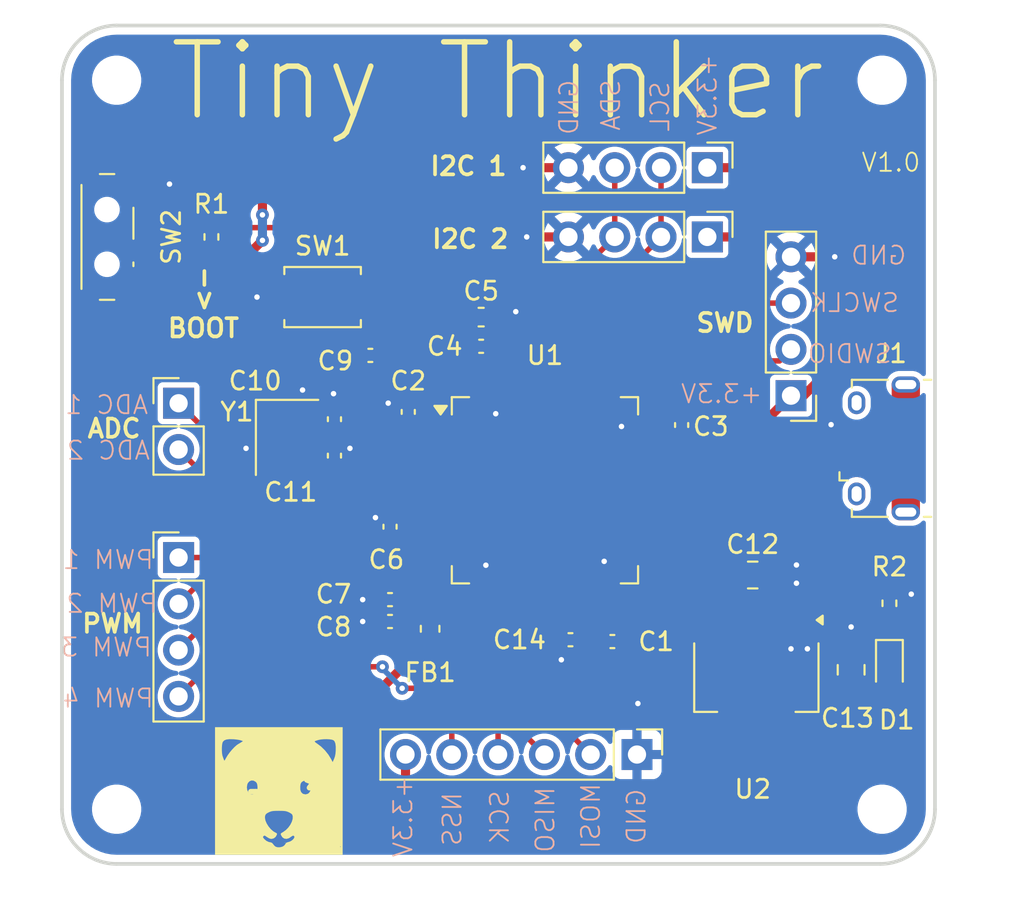
<source format=kicad_pcb>
(kicad_pcb (version 20241229) (generator "pcbnew") (generator_version "9.0")
  (layers (0 "F.Cu" signal) (2 "B.Cu" power) (13 "F.Paste" user) (15 "B.Paste" user) (5 "F.SilkS" user "F.Silkscreen") (7 "B.SilkS" user "B.Silkscreen") (1 "F.Mask" user) (3 "B.Mask" user) (25 "Edge.Cuts" user))
  (net 0 "")
  (net 1 "GND")
  (net 2 "+3.3V")
  (net 3 "+3.3VA")
  (net 4 "/NRST")
  (net 5 "/HSE_IN")
  (net 6 "/HSE_OUT")
  (net 7 "VBUS")
  (net 8 "/PWR_LED_K")
  (net 12 "/USB_D+")
  (net 15 "/USB_D-")
  (net 16 "/SWCLK")
  (net 17 "/SWDIO")
  (net 18 "/I2C1_SCL")
  (net 19 "/I2C1_SDA")
  (net 20 "/SPI1_MISO")
  (net 21 "/SPI1_MOSI")
  (net 22 "/SPI1_SCK")
  (net 23 "/SPI1_NSS")
  (net 24 "/PWM_2")
  (net 25 "/PWM_1")
  (net 26 "/PWM_3")
  (net 27 "/PWM_4")
  (net 28 "/SW_BOOT0")
  (net 29 "/BOOT0")
  (net 66 "/ADC_1")
  (net 67 "/ADC_2")
  (net 68 "/VCAP_1")
  (footprint "Capacitor_SMD:C_0402_1005Metric" (layer "F.Cu") (at 116 78.92 -90)
    (property "Reference" "C3")
    (property "Value" "100n")
  )
  (footprint "Capacitor_SMD:C_0402_1005Metric" (layer "F.Cu") (at 105 74.6)
    (property "Reference" "C4")
    (property "Value" "100n")
  )
  (footprint "Inductor_SMD:L_0603_1608Metric" (layer "F.Cu") (at 102.2 90.1 -90)
    (property "Reference" "FB1")
    (property "Value" "FerriteBead")
  )
  (footprint "Connector_PinHeader_2.54mm:PinHeader_1x06_P2.54mm_Vertical" (layer "F.Cu") (at 113.55 97 -90)
    (property "Reference" "J5")
    (property "Value" "SPI1")
  )
  (footprint "Capacitor_SMD:C_0402_1005Metric" (layer "F.Cu") (at 100 84.5 90)
    (property "Reference" "C6")
    (property "Value" "10n")
  )
  (footprint "Connector_PinHeader_2.54mm:PinHeader_1x02_P2.54mm_Vertical" (layer "F.Cu") (at 88.4 77.725)
    (property "Reference" "J7")
    (property "Value" "ADC1")
  )
  (footprint "Connector_USB:USB_Micro-B_Amphenol_10118194_Horizontal" (layer "F.Cu") (at 127 80.2 90)
    (property "Reference" "J1")
    (property "Value" "USB_B_Micro")
  )
  (footprint "Package_TO_SOT_SMD:SOT-223-3_TabPin2" (layer "F.Cu") (at 120.1 92.75 -90)
    (property "Reference" "U2")
    (property "Value" "AMS1117-3.3")
  )
  (footprint "Capacitor_SMD:C_0603_1608Metric" (layer "F.Cu") (at 105 73)
    (property "Reference" "C5")
    (property "Value" "10u")
  )
  (footprint "Capacitor_SMD:C_0402_1005Metric" (layer "F.Cu") (at 112.2 90.8 180)
    (property "Reference" "C1")
    (property "Value" "100n")
  )
  (footprint "Crystal:Crystal_SMD_3225-4Pin_3.2x2.5mm" (layer "F.Cu") (at 94.35 79.6 -90)
    (property "Reference" "Y1")
    (property "Value" "16MHz")
  )
  (footprint "Capacitor_SMD:C_0402_1005Metric" (layer "F.Cu") (at 100 89.7 180)
    (property "Reference" "C8")
    (property "Value" "1u")
  )
  (footprint "Capacitor_SMD:C_0805_2012Metric" (layer "F.Cu") (at 125.3 92.35 90)
    (property "Reference" "C13")
    (property "Value" "22u")
  )
  (footprint "LED_SMD:LED_0603_1608Metric" (layer "F.Cu") (at 127.4 92.2 -90)
    (property "Reference" "D1")
    (property "Value" "RED")
  )
  (footprint "MountingHole:MountingHole_2.2mm_M2" (layer "F.Cu") (at 85 60)
    (property "Reference" "H3")
    (property "Value" "MountingHole")
  )
  (footprint "MountingHole:MountingHole_2.2mm_M2" (layer "F.Cu") (at 85 100)
    (property "Reference" "H4")
    (property "Value" "MountingHole")
  )
  (footprint "Connector_PinHeader_2.54mm:PinHeader_1x04_P2.54mm_Vertical" (layer "F.Cu") (at 117.41 64.8 -90)
    (property "Reference" "J3")
    (property "Value" "I2C1_A")
  )
  (footprint "MountingHole:MountingHole_2.2mm_M2" (layer "F.Cu") (at 127 100)
    (property "Reference" "H2")
    (property "Value" "MountingHole")
  )
  (footprint "Capacitor_SMD:C_0402_1005Metric" (layer "F.Cu") (at 109.9 90.7 180)
    (property "Reference" "C14")
    (property "Value" "4.7u")
  )
  (footprint "Capacitor_SMD:C_0402_1005Metric" (layer "F.Cu") (at 100 88.5 180)
    (property "Reference" "C7")
    (property "Value" "1u")
  )
  (footprint "MountingHole:MountingHole_2.2mm_M2" (layer "F.Cu") (at 127 60)
    (property "Reference" "H1")
    (property "Value" "MountingHole")
  )
  (footprint "Capacitor_SMD:C_0805_2012Metric" (layer "F.Cu") (at 119.9 87.15)
    (property "Reference" "C12")
    (property "Value" "22u")
  )
  (footprint "Resistor_SMD:R_0402_1005Metric" (layer "F.Cu") (at 127.4 88.7 90)
    (property "Reference" "R2")
    (property "Value" "1k5")
  )
  (footprint "Package_QFP:LQFP-64_10x10mm_P0.5mm" (layer "F.Cu") (at 108.5 82.5)
    (property "Reference" "U1")
    (property "Value" "STM32F446RET6")
  )
  (footprint "Capacitor_SMD:C_0402_1005Metric" (layer "F.Cu") (at 101 78.2 90)
    (property "Reference" "C2")
    (property "Value" "100n")
  )
  (footprint "Connector_PinHeader_2.54mm:PinHeader_1x04_P2.54mm_Vertical" (layer "F.Cu") (at 122 77.31 180)
    (property "Reference" "J2")
    (property "Value" "SWD")
  )
  (footprint "Button_Switch_SMD:SW_SPDT_PCM12" (layer "F.Cu") (at 84.8 68.6 -90)
    (property "Reference" "SW2")
    (property "Value" "SW_SPDT")
  )
  (footprint "Capacitor_SMD:C_0402_1005Metric" (layer "F.Cu") (at 96.95 80.6 90)
    (property "Reference" "C11")
    (property "Value" "10p")
  )
  (footprint "Connector_PinHeader_2.54mm:PinHeader_1x04_P2.54mm_Vertical" (layer "F.Cu") (at 117.41 68.6 -90)
    (property "Reference" "J4")
    (property "Value" "I2C1_B")
  )
  (footprint "LOGO" (layer "F.Cu") (at 93.9 99)
    (property "Reference" "G***")
    (property "Value" "LOGO" (hide yes))
  )
  (footprint "Connector_PinHeader_2.54mm:PinHeader_1x04_P2.54mm_Vertical" (layer "F.Cu") (at 88.4 86.19)
    (property "Reference" "J6")
    (property "Value" "PWM_OUT")
  )
  (footprint "Button_Switch_SMD:SW_SPST_TS-1088-xR020" (layer "F.Cu") (at 96.3 71.9 180)
    (property "Reference" "SW1")
    (property "Value" "SW_Push")
  )
  (footprint "Resistor_SMD:R_0402_1005Metric" (layer "F.Cu") (at 90.2 68.6 90)
    (property "Reference" "R1")
    (property "Value" "10k")
  )
  (footprint "Capacitor_SMD:C_0402_1005Metric" (layer "F.Cu") (at 96.95 78.6 90)
    (property "Reference" "C10")
    (property "Value" "10p")
  )
  (footprint "Capacitor_SMD:C_0402_1005Metric" (layer "F.Cu") (at 98.92 75.1 180)
    (property "Reference" "C9")
    (property "Value" "100n")
  )
  (gr_arc (start 126.9 57) (mid 129.02132 57.87868) (end 129.9 60) (stroke (width 0.2)) (layer "Edge.Cuts"))
  (gr_line (start 126.9 103) (end 85 103) (stroke (width 0.2)) (layer "Edge.Cuts"))
  (gr_arc (start 129.9 100) (mid 129.02132 102.12132) (end 126.9 103) (stroke (width 0.2)) (layer "Edge.Cuts"))
  (gr_arc (start 82 60) (mid 82.87868 57.87868) (end 85 57) (stroke (width 0.2)) (layer "Edge.Cuts"))
  (gr_line (start 129.9 60) (end 129.9 100) (stroke (width 0.2)) (layer "Edge.Cuts"))
  (gr_arc (start 85 103) (mid 82.87868 102.12132) (end 82 100) (stroke (width 0.2)) (layer "Edge.Cuts"))
  (gr_line (start 85 57) (end 126.9 57) (stroke (width 0.2)) (layer "Edge.Cuts"))
  (gr_line (start 82 100) (end 82 60) (stroke (width 0.2)) (layer "Edge.Cuts"))
  (gr_text "SWD" (at 116.7 73.9 0) (layer "F.SilkS") (effects (font (size 1 1) (thickness 0.2) (bold yes)) (justify left bottom)))
  (gr_text "ADC" (at 83.3 79.7 0) (layer "F.SilkS") (effects (font (size 1 1) (thickness 0.2)) (justify left bottom)))
  (gr_text "BOOT\n\n" (at 87.7 75.8 0) (layer "F.SilkS") (effects (font (size 1 1) (thickness 0.2) (bold yes)) (justify left bottom)))
  (gr_text "I2C 2" (at 102.2 69.3 0) (layer "F.SilkS") (effects (font (size 1 1) (thickness 0.2) (bold yes)) (justify left bottom)))
  (gr_text "->" (at 89.3 70.1 270) (layer "F.SilkS") (effects (font (size 1 1) (thickness 0.2) (bold yes)) (justify left bottom)))
  (gr_text "PWM" (at 83 90.4 0) (layer "F.SilkS") (effects (font (size 1 1) (thickness 0.2) (bold yes)) (justify left bottom)))
  (gr_text "V1.0" (at 125.8 65.1 0) (layer "F.SilkS") (effects (font (size 1 1) (thickness 0.1)) (justify left bottom)))
  (gr_text "I2C 1" (at 102.1 65.3 0) (layer "F.SilkS") (effects (font (size 1 1) (thickness 0.2) (bold yes)) (justify left bottom)))
  (gr_text "Tiny Thinker" (at 87.7 62.4 0) (layer "F.SilkS") (effects (font (size 4 4) (thickness 0.3)) (justify left bottom)))
  (gr_text "+3.3V" (at 118 58.5 90) (layer "B.SilkS") (effects (font (size 1 1) (thickness 0.1)) (justify left bottom mirror)))
  (gr_text "ADC 2" (at 86.9 80.9 0) (layer "B.SilkS") (effects (font (size 1 1) (thickness 0.1)) (justify left bottom mirror)))
  (gr_text "NSS" (at 104 99 90) (layer "B.SilkS") (effects (font (size 1 1) (thickness 0.1)) (justify left bottom mirror)))
  (gr_text "SWDIO" (at 127.6 75.6 0) (layer "B.SilkS") (effects (font (size 1 1) (thickness 0.1)) (justify left bottom mirror)))
  (gr_text "+3.3V" (at 101.3 98.1 90) (layer "B.SilkS") (effects (font (size 1 1) (thickness 0.1)) (justify left bottom mirror)))
  (gr_text "MISO" (at 109.1 98.7 90) (layer "B.SilkS") (effects (font (size 1 1) (thickness 0.1)) (justify left bottom mirror)))
  (gr_text "PWM 1" (at 87.1 86.9 0) (layer "B.SilkS") (effects (font (size 1 1) (thickness 0.1)) (justify left bottom mirror)))
  (gr_text "GND" (at 110.4 59.9 90) (layer "B.SilkS") (effects (font (size 1 1) (thickness 0.1)) (justify left bottom mirror)))
  (gr_text "SCK" (at 106.6 98.9 90) (layer "B.SilkS") (effects (font (size 1 1) (thickness 0.1)) (justify left bottom mirror)))
  (gr_text "+3.3V" (at 120.5 77.8 0) (layer "B.SilkS") (effects (font (size 1 1) (thickness 0.1)) (justify left bottom mirror)))
  (gr_text "SDA" (at 112.7 59.9 90) (layer "B.SilkS") (effects (font (size 1 1) (thickness 0.1)) (justify left bottom mirror)))
  (gr_text "PWM 2" (at 87.3 89.3 0) (layer "B.SilkS") (effects (font (size 1 1) (thickness 0.1)) (justify left bottom mirror)))
  (gr_text "GND" (at 128.4 70.2 0) (layer "B.SilkS") (effects (font (size 1 1) (thickness 0.1)) (justify left bottom mirror)))
  (gr_text "PWM 4" (at 87.1 94.5 0) (layer "B.SilkS") (effects (font (size 1 1) (thickness 0.1)) (justify left bottom mirror)))
  (gr_text "ADC 1" (at 86.8 78.4 0) (layer "B.SilkS") (effects (font (size 1 1) (thickness 0.1)) (justify left bottom mirror)))
  (gr_text "GND" (at 114.1 98.8 90) (layer "B.SilkS") (effects (font (size 1 1) (thickness 0.1)) (justify left bottom mirror)))
  (gr_text "PWM 3" (at 87 91.7 0) (layer "B.SilkS") (effects (font (size 1 1) (thickness 0.1)) (justify left bottom mirror)))
  (gr_text "MOSI" (at 111.6 98.5 90) (layer "B.SilkS") (effects (font (size 1 1) (thickness 0.1)) (justify left bottom mirror)))
  (gr_text "SWCLK" (at 128 72.8 0) (layer "B.SilkS") (effects (font (size 1 1) (thickness 0.1)) (justify left bottom mirror)))
  (gr_text "SCL" (at 115.4 60 90) (layer "B.SilkS") (effects (font (size 1 1) (thickness 0.1)) (justify left bottom mirror)))
  (segment (start 94.075 71.9) (end 92.7 71.9) (width 0.5) (layer "F.Cu") (net 1))
  (segment (start 111.75 86.35) (end 111.7 86.3) (width 0.3) (layer "F.Cu") (net 1))
  (segment (start 102.825 84.25) (end 100.23 84.25) (width 0.3) (layer "F.Cu") (net 1))
  (segment (start 113.15 79.25) (end 112.9 79) (width 0.3) (layer "F.Cu") (net 1))
  (segment (start 105.775 74.305) (end 105.48 74.6) (width 0.5) (layer "F.Cu") (net 1))
  (segment (start 106.9 72.7) (end 107 72.6) (width 0.5) (layer "F.Cu") (net 1))
  (segment (start 105.25 86.65) (end 105.3 86.6) (width 0.3) (layer "F.Cu") (net 1))
  (segment (start 112.9 79) (end 112.7 79) (width 0.3) (layer "F.Cu") (net 1))
  (segment (start 87.25 66.35) (end 87.9 65.7) (width 0.5) (layer "F.Cu") (net 1))
  (segment (start 122 69.69) (end 124.4 69.69) (width 0.5) (layer "F.Cu") (net 1))
  (segment (start 109.79 68.6) (end 107.5 68.6) (width 0.5) (layer "F.Cu") (net 1))
  (segment (start 124.49 69.69) (end 124.5 69.7) (width 0.5) (layer "F.Cu") (net 1))
  (segment (start 101 77.72) (end 99.9 77.72) (width 0.5) (layer "F.Cu") (net 1))
  (segment (start 92.6 80.7) (end 92.1 80.2) (width 0.5) (layer "F.Cu") (net 1))
  (segment (start 109.42 91.78) (end 109.4 91.8) (width 0.5) (layer "F.Cu") (net 1))
  (segment (start 105.775 73) (end 106.6 73) (width 0.5) (layer "F.Cu") (net 1))
  (segment (start 109.42 90.7) (end 109.42 91.78) (width 0.5) (layer "F.Cu") (net 1))
  (segment (start 113.55 97) (end 113.55 94.25) (width 0.5) (layer "F.Cu") (net 1))
  (segment (start 115.4 79.4) (end 116 79.4) (width 0.3) (layer "F.Cu") (net 1))
  (segment (start 99.9 77.72) (end 99.9 77.7) (width 0.5) (layer "F.Cu") (net 1))
  (segment (start 86.23 66.35) (end 87.25 66.35) (width 0.5) (layer "F.Cu") (net 1))
  (segment (start 93.5 80.7) (end 92.6 80.7) (width 0.5) (layer "F.Cu") (net 1))
  (segment (start 105.25 76.425) (end 105.25 74.83) (width 0.3) (layer "F.Cu") (net 1))
  (segment (start 127.4 88.19) (end 128.59 88.19) (width 0.5) (layer "F.Cu") (net 1))
  (segment (start 111.75 88.175) (end 111.75 90.77) (width 0.3) (layer "F.Cu") (net 1))
  (segment (start 95.2 78.5) (end 95.2 77.1) (width 0.5) (layer "F.Cu") (net 1))
  (segment (start 109.79 64.8) (end 107.3 64.8) (width 0.5) (layer "F.Cu") (net 1))
  (segment (start 124.4 69.69) (end 124.49 69.69) (width 0.5) (layer "F.Cu") (net 1))
  (segment (start 96.95 78.12) (end 96.95 77.25) (width 0.5) (layer "F.Cu") (net 1))
  (segment (start 96.95 77.25) (end 96.9 77.2) (width 0.5) (layer "F.Cu") (net 1))
  (segment (start 100 84.02) (end 99.22 84.02) (width 0.3) (layer "F.Cu") (net 1))
  (segment (start 99.9 77.7) (end 98.44 76.24) (width 0.5) (layer "F.Cu") (net 1))
  (segment (start 105.25 74.83) (end 105.48 74.6) (width 0.3) (layer "F.Cu") (net 1))
  (segment (start 114.175 79.25) (end 115.25 79.25) (width 0.3) (layer "F.Cu") (net 1))
  (segment (start 99.52 88.5) (end 98.6 88.5) (width 0.5) (layer "F.Cu") (net 1))
  (segment (start 98.44 76.24) (end 98.44 75.1) (width 0.5) (layer "F.Cu") (net 1))
  (segment (start 111.75 88.175) (end 111.75 86.4) (width 0.3) (layer "F.Cu") (net 1))
  (segment (start 100.23 84.25) (end 100 84.02) (width 0.3) (layer "F.Cu") (net 1))
  (segment (start 99.52 89.7) (end 98.5 89.7) (width 0.5) (layer "F.Cu") (net 1))
  (segment (start 115.25 79.25) (end 115.4 79.4) (width 0.3) (layer "F.Cu") (net 1))
  (segment (start 111.75 90.77) (end 111.72 90.8) (width 0.3) (layer "F.Cu") (net 1))
  (segment (start 97.72 80.12) (end 97.8 80.2) (width 0.5) (layer "F.Cu") (net 1))
  (segment (start 114.175 79.25) (end 113.15 79.25) (width 0.3) (layer "F.Cu") (net 1))
  (segment (start 105.25 76.825) (end 105.25 77.85) (width 0.3) (layer "F.Cu") (net 1))
  (segment (start 113.55 94.25) (end 113.6 94.2) (width 0.5) (layer "F.Cu") (net 1))
  (segment (start 96.95 80.12) (end 97.72 80.12) (width 0.5) (layer "F.Cu") (net 1))
  (segment (start 111.75 86.4) (end 111.75 86.35) (width 0.3) (layer "F.Cu") (net 1))
  (segment (start 105.25 77.85) (end 105.7 78.3) (width 0.3) (layer "F.Cu") (net 1))
  (segment (start 125.6 78.9) (end 124.2 78.9) (width 0.3) (layer "F.Cu") (net 1))
  (segment (start 105.7 78.3) (end 105.8 78.3) (width 0.3) (layer "F.Cu") (net 1))
  (segment (start 105.775 73) (end 105.775 74.305) (width 0.5) (layer "F.Cu") (net 1))
  (segment (start 106.6 73) (end 106.9 72.7) (width 0.5) (layer "F.Cu") (net 1))
  (segment (start 105.25 88.175) (end 105.25 86.65) (width 0.3) (layer "F.Cu") (net 1))
  (via (at 125.3 90) (size 0.7) (drill 0.3) (layers "F.Cu" "B.Cu") (net 1))
  (via (at 96.9 77.2) (size 0.7) (drill 0.3) (layers "F.Cu" "B.Cu") (net 1))
  (via (at 98.5 89.7) (size 0.7) (drill 0.3) (layers "F.Cu" "B.Cu") (net 1))
  (via (at 92.7 71.9) (size 0.7) (drill 0.3) (layers "F.Cu" "B.Cu") (net 1))
  (via (at 122 91.2) (size 0.7) (drill 0.3) (layers "F.Cu" "B.Cu") (net 1))
  (via (at 122.3 86.6) (size 0.7) (drill 0.3) (layers "F.Cu" "B.Cu") (net 1))
  (via (at 107.5 68.6) (size 0.7) (drill 0.3) (layers "F.Cu" "B.Cu") (net 1))
  (via (at 95.2 77) (size 0.7) (drill 0.3) (layers "F.Cu" "B.Cu") (net 1))
  (via (at 87.9 65.7) (size 0.7) (drill 0.3) (layers "F.Cu" "B.Cu") (net 1))
  (via (at 122.3 87.6) (size 0.7) (drill 0.3) (layers "F.Cu" "B.Cu") (net 1))
  (via (at 124.2 78.9) (size 0.7) (drill 0.3) (layers "F.Cu" "B.Cu") (net 1))
  (via (at 124.4 69.69) (size 0.7) (drill 0.3) (layers "F.Cu" "B.Cu") (net 1))
  (via (at 112.7 79) (size 0.7) (drill 0.3) (layers "F.Cu" "B.Cu") (net 1))
  (via (at 105.258689 86.61259) (size 0.7) (drill 0.3) (layers "F.Cu" "B.Cu") (net 1))
  (via (at 97.8 80.2) (size 0.7) (drill 0.3) (layers "F.Cu" "B.Cu") (net 1))
  (via (at 109.4 91.8) (size 0.7) (drill 0.3) (layers "F.Cu" "B.Cu") (net 1))
  (via (at 122.9 91.2) (size 0.7) (drill 0.3) (layers "F.Cu" "B.Cu") (net 1))
  (via (at 106.9 72.7) (size 0.7) (drill 0.3) (layers "F.Cu" "B.Cu") (net 1))
  (via (at 92.1 80.2) (size 0.7) (drill 0.3) (layers "F.Cu" "B.Cu") (net 1))
  (via (at 99.9 77.72) (size 0.7) (drill 0.3) (layers "F.Cu" "B.Cu") (net 1))
  (via (at 98.5 88.5) (size 0.7) (drill 0.3) (layers "F.Cu" "B.Cu") (net 1))
  (via (at 105.8 78.3) (size 0.7) (drill 0.3) (layers "F.Cu" "B.Cu") (net 1))
  (via (at 111.75 86.4) (size 0.7) (drill 0.3) (layers "F.Cu" "B.Cu") (net 1))
  (via (at 128.6 88.2) (size 0.7) (drill 0.3) (layers "F.Cu" "B.Cu") (net 1))
  (via (at 99.2 84) (size 0.7) (drill 0.3) (layers "F.Cu" "B.Cu") (net 1))
  (via (at 107.3 64.8) (size 0.7) (drill 0.3) (layers "F.Cu" "B.Cu") (net 1))
  (via (at 113.6 94.2) (size 0.7) (drill 0.3) (layers "F.Cu" "B.Cu") (net 1))
  (segment (start 107.6 85.3) (end 111.641364 85.3) (width 0.3) (layer "F.Cu") (net 2))
  (segment (start 126.7 73.3) (end 126.7 68.2) (width 0.5) (layer "F.Cu") (net 2))
  (segment (start 100.85 66.35) (end 105.7 61.5) (width 0.5) (layer "F.Cu") (net 2))
  (segment (start 119.1 68.6) (end 117.41 68.6) (width 0.5) (layer "F.Cu") (net 2))
  (segment (start 101.07 78.75) (end 101 78.68) (width 0.3) (layer "F.Cu") (net 2))
  (segment (start 104.75 74.83) (end 104.52 74.6) (width 0.3) (layer "F.Cu") (net 2))
  (segment (start 86.23 70.85) (end 87.85 70.85) (width 0.5) (layer "F.Cu") (net 2))
  (segment (start 122 77.31) (end 122.69 77.31) (width 0.5) (layer "F.Cu") (net 2))
  (segment (start 100.85 66.35) (end 104.225 69.725) (width 0.5) (layer "F.Cu") (net 2))
  (segment (start 112.25 89.45) (end 112.25 88.175) (width 0.3) (layer "F.Cu") (net 2))
  (segment (start 102.0125 90.8875) (end 102.2 90.8875) (width 0.5) (layer "F.Cu") (net 2))
  (segment (start 121.4 64.8) (end 121.4 66.3) (width 0.5) (layer "F.Cu") (net 2))
  (segment (start 84.7 94.7) (end 89.3 99.3) (width 0.5) (layer "F.Cu") (net 2))
  (segment (start 125.3 93.3) (end 126.2 93.3) (width 0.5) (layer "F.Cu") (net 2))
  (segment (start 104.225 69.725) (end 104.225 73) (width 0.5) (layer "F.Cu") (net 2))
  (segment (start 126.2 93.3) (end 126.2 94.9) (width 0.5) (layer "F.Cu") (net 2))
  (segment (start 88 74) (end 95.047214 74) (width 0.5) (layer "F.Cu") (net 2))
  (segment (start 122.69 77.31) (end 126.7 73.3) (width 0.5) (layer "F.Cu") (net 2))
  (segment (start 104.225 74.305) (end 104.52 74.6) (width 0.5) (layer "F.Cu") (net 2))
  (segment (start 112.68 90.8) (end 112.68 89.88) (width 0.3) (layer "F.Cu") (net 2))
  (segment (start 115.5 93.62) (end 112.68 90.8) (width 0.5) (layer "F.Cu") (net 2))
  (segment (start 88.5 73.5) (end 88 74) (width 0.5) (layer "F.Cu") (net 2))
  (segment (start 89.79 72) (end 93 68.79) (width 0.5) (layer "F.Cu") (net 2))
  (segment (start 100.48 89.7) (end 101.0125 89.7) (width 0.5) (layer "F.Cu") (net 2))
  (segment (start 99.727214 78.68) (end 101 78.68) (width 0.5) (layer "F.Cu") (net 2))
  (segment (start 122 77.31) (end 121.99 77.31) (width 0.5) (layer "F.Cu") (net 2))
  (segment (start 121.99 77.31) (end 120.86 78.44) (width 0.5) (layer "F.Cu") (net 2))
  (segment (start 104.225 73) (end 104.225 74.305) (width 0.5) (layer "F.Cu") (net 2))
  (segment (start 93.6 65.6) (end 100.1 65.6) (width 0.5) (layer "F.Cu") (net 2))
  (segment (start 126.2 94.9) (end 119.5 101.6) (width 0.5) (layer "F.Cu") (net 2))
  (segment (start 121.4 63.6) (end 121.4 64.8) (width 0.5) (layer "F.Cu") (net 2))
  (segment (start 94.3 101.4) (end 92.2 99.3) (width 0.5) (layer "F.Cu") (net 2))
  (segment (start 100.85 101.35) (end 100.9 101.4) (width 0.5) (layer "F.Cu") (net 2))
  (segment (start 102.825 78.75) (end 101.07 78.75) (width 0.3) (layer "F.Cu") (net 2))
  (segment (start 114.175 78.75) (end 115.05 78.75) (width 0.3) (layer "F.Cu") (net 2))
  (segment (start 116.9 101.4) (end 115.5 100) (width 0.5) (layer "F.Cu") (net 2))
  (segment (start 115.36 78.44) (end 116 78.44) (width 0.3) (layer "F.Cu") (net 2))
  (segment (start 122.1 63.6) (end 121.4 63.6) (width 0.5) (layer "F.Cu") (net 2))
  (segment (start 88.5 71.5) (end 88.5 72) (width 0.5) (layer "F.Cu") (net 2))
  (segment (start 84.7 77.3) (end 84.7 94.7) (width 0.5) (layer "F.Cu") (net 2))
  (segment (start 87.85 70.85) (end 88.5 71.5) (width 0.5) (layer "F.Cu") (net 2))
  (segment (start 88.5 72) (end 89.79 72) (width 0.5) (layer "F.Cu") (net 2))
  (segment (start 105.75 88.175) (end 105.75 87.15) (width 0.3) (layer "F.Cu") (net 2))
  (segment (start 112.68 89.88) (end 112.25 89.45) (width 0.3) (layer "F.Cu") (net 2))
  (segment (start 126.7 68.2) (end 122.1 63.6) (width 0.5) (layer "F.Cu") (net 2))
  (segment (start 111.641364 85.3) (end 112.451 86.109636) (width 0.3) (layer "F.Cu") (net 2))
  (segment (start 121.4 61.5) (end 121.4 63.6) (width 0.5) (layer "F.Cu") (net 2))
  (segment (start 121.4 66.3) (end 119.1 68.6) (width 0.5) (layer "F.Cu") (net 2))
  (segment (start 112.451 86.109636) (end 112.451 87.974) (width 0.3) (layer "F.Cu") (net 2))
  (segment (start 126.2 93.3) (end 127.0875 93.3) (width 0.5) (layer "F.Cu") (net 2))
  (segment (start 100.85 97) (end 100.85 101.35) (width 0.5) (layer "F.Cu") (net 2))
  (segment (start 93.6 99.3) (end 102.0125 90.8875) (width 0.5) (layer "F.Cu") (net 2))
  (segment (start 95.047214 74) (end 99.727214 78.68) (width 0.5) (layer "F.Cu") (net 2))
  (segment (start 93 66.2) (end 93.6 65.6) (width 0.5) (layer "F.Cu") (net 2))
  (segment (start 120.86 78.44) (end 116 78.44) (width 0.5) (layer "F.Cu") (net 2))
  (segment (start 88.5 72) (end 88.5 73.5) (width 0.5) (layer "F.Cu") (net 2))
  (segment (start 89.3 99.3) (end 92.2 99.3) (width 0.5) (layer "F.Cu") (net 2))
  (segment (start 115.05 78.75) (end 115.36 78.44) (width 0.3) (layer "F.Cu") (net 2))
  (segment (start 115.5 100) (end 115.5 93.62) (width 0.5) (layer "F.Cu") (net 2))
  (segment (start 112.451 87.974) (end 112.25 88.175) (width 0.3) (layer "F.Cu") (net 2))
  (segment (start 93 67.39) (end 93 66.2) (width 0.5) (layer "F.Cu") (net 2))
  (segment (start 105.7 61.5) (end 121.4 61.5) (width 0.5) (layer "F.Cu") (net 2))
  (segment (start 117.41 64.8) (end 121.4 64.8) (width 0.5) (layer "F.Cu") (net 2))
  (segment (start 119.5 101.6) (end 117.1 101.6) (width 0.5) (layer "F.Cu") (net 2))
  (segment (start 88 74) (end 84.7 77.3) (width 0.5) (layer "F.Cu") (net 2))
  (segment (start 100.1 65.6) (end 100.85 66.35) (width 0.5) (layer "F.Cu") (net 2))
  (segment (start 100.9 101.4) (end 94.3 101.4) (width 0.5) (layer "F.Cu") (net 2))
  (segment (start 92.2 99.3) (end 93.6 99.3) (width 0.5) (layer "F.Cu") (net 2))
  (segment (start 117.1 101.6) (end 116.9 101.4) (width 0.5) (layer "F.Cu") (net 2))
  (segment (start 105.75 87.15) (end 107.6 85.3) (width 0.3) (layer "F.Cu") (net 2))
  (segment (start 116.9 101.4) (end 100.9 101.4) (width 0.5) (layer "F.Cu") (net 2))
  (segment (start 104.75 76.425) (end 104.75 74.83) (width 0.3) (layer "F.Cu") (net 2))
  (segment (start 127.0875 93.3) (end 127.4 92.9875) (width 0.5) (layer "F.Cu") (net 2))
  (segment (start 101.0125 89.7) (end 102.2 90.8875) (width 0.5) (layer "F.Cu") (net 2))
  (via (at 93 67.39) (size 0.7) (drill 0.3) (layers "F.Cu" "B.Cu") (net 2))
  (via (at 93 68.79) (size 0.7) (drill 0.3) (layers "F.Cu" "B.Cu") (net 2))
  (segment (start 93 68.79) (end 93 67.39) (width 0.5) (layer "B.Cu") (net 2))
  (segment (start 91.38 84.98) (end 90.1 83.7) (width 0.3) (layer "F.Cu") (net 3))
  (segment (start 94.8 96.3) (end 94.9 96.2) (width 0.3) (layer "F.Cu") (net 3))
  (segment (start 101.634314 93.365686) (end 103.7 91.3) (width 0.3) (layer "F.Cu") (net 3))
  (segment (start 85.8 94.4) (end 87.7 96.3) (width 0.3) (layer "F.Cu") (net 3))
  (segment (start 102.825 84.75) (end 100.23 84.75) (width 0.3) (layer "F.Cu") (net 3))
  (segment (start 100.48 88.5) (end 101.3875 88.5) (width 0.5) (layer "F.Cu") (net 3))
  (segment (start 100.23 84.75) (end 100 84.98) (width 0.3) (layer "F.Cu") (net 3))
  (segment (start 103.7 90.8125) (end 102.2 89.3125) (width 0.3) (layer "F.Cu") (net 3))
  (segment (start 100.665686 93.365686) (end 101.634314 93.365686) (width 0.3) (layer "F.Cu") (net 3))
  (segment (start 87.7 96.3) (end 94.8 96.3) (width 0.3) (layer "F.Cu") (net 3))
  (segment (start 86.9 83.7) (end 85.8 84.8) (width 0.3) (layer "F.Cu") (net 3))
  (segment (start 100 84.98) (end 91.38 84.98) (width 0.3) (layer "F.Cu") (net 3))
  (segment (start 103.7 91.3) (end 103.7 90.8125) (width 0.3) (layer "F.Cu") (net 3))
  (segment (start 85.8 84.8) (end 85.8 84.9) (width 0.3) (layer "F.Cu") (net 3))
  (segment (start 98.915686 92.184314) (end 99.584314 92.184314) (width 0.3) (layer "F.Cu") (net 3))
  (segment (start 85.8 84.9) (end 85.8 94.4) (width 0.3) (layer "F.Cu") (net 3))
  (segment (start 101.3875 88.5) (end 102.2 89.3125) (width 0.5) (layer "F.Cu") (net 3))
  (segment (start 90.1 83.7) (end 86.9 83.7) (width 0.3) (layer "F.Cu") (net 3))
  (segment (start 94.9 96.2) (end 98.915686 92.184314) (width 0.3) (layer "F.Cu") (net 3))
  (via (at 99.584314 92.184314) (size 0.7) (drill 0.3) (layers "F.Cu" "B.Cu") (net 3))
  (via (at 100.665686 93.365686) (size 0.7) (drill 0.3) (layers "F.Cu" "B.Cu") (net 3))
  (segment (start 99.584314 92.284314) (end 100.665686 93.365686) (width 0.3) (layer "B.Cu") (net 3))
  (segment (start 99.584314 92.184314) (end 99.584314 92.284314) (width 0.3) (layer "B.Cu") (net 3))
  (segment (start 104.4 81.3) (end 104.4 78.9) (width 0.3) (layer "F.Cu") (net 4))
  (segment (start 100.6 75.1) (end 99.4 75.1) (width 0.3) (layer "F.Cu") (net 4))
  (segment (start 102.825 81.75) (end 103.95 81.75) (width 0.3) (layer "F.Cu") (net 4))
  (segment (start 98.525 73.825) (end 99.4 74.7) (width 0.3) (layer "F.Cu") (net 4))
  (segment (start 99.4 74.7) (end 99.4 75.1) (width 0.3) (layer "F.Cu") (net 4))
  (segment (start 104.4 78.9) (end 100.6 75.1) (width 0.3) (layer "F.Cu") (net 4))
  (segment (start 98.525 71.9) (end 98.525 73.825) (width 0.3) (layer "F.Cu") (net 4))
  (segment (start 103.95 81.75) (end 104.4 81.3) (width 0.3) (layer "F.Cu") (net 4))
  (segment (start 96.43 79.6) (end 94.6 79.6) (width 0.3) (layer "F.Cu") (net 5))
  (segment (start 101.45 80.75) (end 100.2 79.5) (width 0.3) (layer "F.Cu") (net 5))
  (segment (start 97.37 79.5) (end 96.95 79.08) (width 0.3) (layer "F.Cu") (net 5))
  (segment (start 94.6 79.6) (end 93.5 78.5) (width 0.3) (layer "F.Cu") (net 5))
  (segment (start 96.95 79.08) (end 96.43 79.6) (width 0.3) (layer "F.Cu") (net 5))
  (segment (start 102.825 80.75) (end 101.45 80.75) (width 0.3) (layer "F.Cu") (net 5))
  (segment (start 100.2 79.5) (end 97.37 79.5) (width 0.3) (layer "F.Cu") (net 5))
  (segment (start 96.95 81.08) (end 95.58 81.08) (width 0.3) (layer "F.Cu") (net 6))
  (segment (start 97.12 81.25) (end 96.95 81.08) (width 0.3) (layer "F.Cu") (net 6))
  (segment (start 95.58 81.08) (end 95.2 80.7) (width 0.3) (layer "F.Cu") (net 6))
  (segment (start 102.825 81.25) (end 97.12 81.25) (width 0.3) (layer "F.Cu") (net 6))
  (segment (start 127.4 89.21) (end 127.4 91.4125) (width 0.5) (layer "F.Cu") (net 8))
  (segment (start 114.225 80.3) (end 124.487499 80.3) (width 0.2) (layer "F.Cu") (net 12))
  (segment (start 114.175 80.25) (end 114.225 80.3) (width 0.2) (layer "F.Cu") (net 12))
  (segment (start 124.587499 80.2) (end 125.6 80.2) (width 0.2) (layer "F.Cu") (net 12))
  (segment (start 124.487499 80.3) (end 124.587499 80.2) (width 0.2) (layer "F.Cu") (net 12))
  (segment (start 124.587499 80.85) (end 125.6 80.85) (width 0.2) (layer "F.Cu") (net 15))
  (segment (start 114.175 80.75) (end 124.487499 80.75) (width 0.2) (layer "F.Cu") (net 15))
  (segment (start 124.487499 80.75) (end 124.587499 80.85) (width 0.2) (layer "F.Cu") (net 15))
  (segment (start 112.25 75.45) (end 115.47 72.23) (width 0.3) (layer "F.Cu") (net 16))
  (segment (start 115.47 72.23) (end 122 72.23) (width 0.3) (layer "F.Cu") (net 16))
  (segment (start 112.25 76.825) (end 112.25 75.45) (width 0.3) (layer "F.Cu") (net 16))
  (segment (start 112 78.7) (end 112 79.4) (width 0.3) (layer "F.Cu") (net 17))
  (segment (start 112 79.4) (end 112.35 79.75) (width 0.3) (layer "F.Cu") (net 17))
  (segment (start 112.35 79.75) (end 114.175 79.75) (width 0.3) (layer "F.Cu") (net 17))
  (segment (start 121.369 75.401) (end 115.299 75.401) (width 0.3) (layer "F.Cu") (net 17))
  (segment (start 115.299 75.401) (end 112 78.7) (width 0.3) (layer "F.Cu") (net 17))
  (segment (start 122 74.77) (end 121.369 75.401) (width 0.3) (layer "F.Cu") (net 17))
  (segment (start 111.17 72.3) (end 114.87 68.6) (width 0.3) (layer "F.Cu") (net 18))
  (segment (start 106.25 76.825) (end 106.25 75.85) (width 0.3) (layer "F.Cu") (net 18))
  (segment (start 106.25 75.85) (end 109.8 72.3) (width 0.3) (layer "F.Cu") (net 18))
  (segment (start 109.8 72.3) (end 111.17 72.3) (width 0.3) (layer "F.Cu") (net 18))
  (segment (start 114.87 68.6) (end 114.87 64.8) (width 0.3) (layer "F.Cu") (net 18))
  (segment (start 110.1 70.83) (end 112.33 68.6) (width 0.3) (layer "F.Cu") (net 19))
  (segment (start 105.75 76.825) (end 105.75 75.55) (width 0.3) (layer "F.Cu") (net 19))
  (segment (start 105.75 75.55) (end 110.1 71.2) (width 0.3) (layer "F.Cu") (net 19))
  (segment (start 112.33 68.6) (end 112.33 64.8) (width 0.3) (layer "F.Cu") (net 19))
  (segment (start 110.1 71.2) (end 110.1 70.83) (width 0.3) (layer "F.Cu") (net 19))
  (segment (start 107.25 95.78) (end 108.47 97) (width 0.3) (layer "F.Cu") (net 20))
  (segment (start 107.25 88.175) (end 107.25 95.78) (width 0.3) (layer "F.Cu") (net 20))
  (segment (start 107.75 88.175) (end 107.75 93.74) (width 0.3) (layer "F.Cu") (net 21))
  (segment (start 107.75 93.74) (end 111.01 97) (width 0.3) (layer "F.Cu") (net 21))
  (segment (start 106.75 88.175) (end 106.75 92.25) (width 0.3) (layer "F.Cu") (net 22))
  (segment (start 106.75 92.25) (end 105.9 93.1) (width 0.3) (layer "F.Cu") (net 22))
  (segment (start 105.9 93.1) (end 105.93 93.13) (width 0.3) (layer "F.Cu") (net 22))
  (segment (start 105.93 93.13) (end 105.93 97) (width 0.3) (layer "F.Cu") (net 22))
  (segment (start 103.39 93.11) (end 103.39 97) (width 0.3) (layer "F.Cu") (net 23))
  (segment (start 106.25 88.175) (end 106.25 90.25) (width 0.3) (layer "F.Cu") (net 23))
  (segment (start 106.25 90.25) (end 103.39 93.11) (width 0.3) (layer "F.Cu") (net 23))
  (segment (start 101.15 85.75) (end 100.2 86.7) (width 0.3) (layer "F.Cu") (net 24))
  (segment (start 90.43 86.7) (end 88.4 88.73) (width 0.3) (layer "F.Cu") (net 24))
  (segment (start 102.825 85.75) (end 101.15 85.75) (width 0.3) (layer "F.Cu") (net 24))
  (segment (start 100.2 86.7) (end 90.43 86.7) (width 0.3) (layer "F.Cu") (net 24))
  (segment (start 102.825 85.25) (end 100.85 85.25) (width 0.3) (layer "F.Cu") (net 25))
  (segment (start 99.91 86.19) (end 88.4 86.19) (width 0.3) (layer "F.Cu") (net 25))
  (segment (start 100.85 85.25) (end 99.91 86.19) (width 0.3) (layer "F.Cu") (net 25))
  (segment (start 102.825 86.25) (end 101.45 86.25) (width 0.3) (layer "F.Cu") (net 26))
  (segment (start 92.469 87.201) (end 88.4 91.27) (width 0.3) (layer "F.Cu") (net 26))
  (segment (start 100.499 87.201) (end 92.469 87.201) (width 0.3) (layer "F.Cu") (net 26))
  (segment (start 101.45 86.25) (end 100.499 87.201) (width 0.3) (layer "F.Cu") (net 26))
  (segment (start 94.41 87.8) (end 88.4 93.81) (width 0.3) (layer "F.Cu") (net 27))
  (segment (start 104.75 87.15) (end 104.6 87) (width 0.3) (layer "F.Cu") (net 27))
  (segment (start 104.6 87) (end 101.40852 87) (width 0.3) (layer "F.Cu") (net 27))
  (segment (start 100.60852 87.8) (end 94.41 87.8) (width 0.3) (layer "F.Cu") (net 27))
  (segment (start 104.75 88.175) (end 104.75 87.15) (width 0.3) (layer "F.Cu") (net 27))
  (segment (start 101.40852 87) (end 100.60852 87.8) (width 0.3) (layer "F.Cu") (net 27))
  (segment (start 89.96 69.35) (end 90.2 69.11) (width 0.3) (layer "F.Cu") (net 28))
  (segment (start 86.23 69.35) (end 89.96 69.35) (width 0.3) (layer "F.Cu") (net 28))
  (segment (start 106.3 79.1) (end 105.59513 79.1) (width 0.3) (layer "F.Cu") (net 29))
  (segment (start 98.69 68.09) (end 90.2 68.09) (width 0.3) (layer "F.Cu") (net 29))
  (segment (start 100.3 69.7) (end 98.69 68.09) (width 0.3) (layer "F.Cu") (net 29))
  (segment (start 105.59513 79.1) (end 100.3 73.80487) (width 0.3) (layer "F.Cu") (net 29))
  (segment (start 106.75 78.65) (end 106.3 79.1) (width 0.3) (layer "F.Cu") (net 29))
  (segment (start 100.3 73.80487) (end 100.3 69.7) (width 0.3) (layer "F.Cu") (net 29))
  (segment (start 106.75 76.825) (end 106.75 78.65) (width 0.3) (layer "F.Cu") (net 29))
  (segment (start 92.925 82.25) (end 88.4 77.725) (width 0.3) (layer "F.Cu") (net 66))
  (segment (start 102.825 82.25) (end 92.925 82.25) (width 0.3) (layer "F.Cu") (net 66))
  (segment (start 90.885 82.75) (end 88.4 80.265) (width 0.3) (layer "F.Cu") (net 67))
  (segment (start 102.825 82.75) (end 90.885 82.75) (width 0.3) (layer "F.Cu") (net 67))
  (segment (start 110.38 90.02) (end 110.38 90.7) (width 0.3) (layer "F.Cu") (net 68))
  (segment (start 111.25 89.15) (end 110.38 90.02) (width 0.3) (layer "F.Cu") (net 68))
  (segment (start 111.25 88.175) (end 111.25 89.15) (width 0.3) (layer "F.Cu") (net 68))
  (zone (net 2) (net_name "+3.3V") (layer "F.Cu") (priority 3) (connect_pads yes (clearance 0.3)) (min_thickness 0.25) (fill yes (thermal_gap 0.5) (thermal_bridge_width 0.5))
    (polygon (pts (xy 119.3 88.5) (xy 120.9 88.5) (xy 120.9 92.5) (xy 121.7 92.7) (xy 126.2 92.7) (xy 126.2 94.2) (xy 122.2 97.2) (xy 117.9 97.1) (xy 117.9 92.1) (xy 119.3 90.7)))
  )
  (zone (net 1) (net_name "GND") (layer "F.Cu") (priority 1) (connect_pads yes (clearance 0.3)) (min_thickness 0.25) (fill yes (thermal_gap 0.5) (thermal_bridge_width 0.5))
    (polygon (pts (xy 120.9 85.8) (xy 120.9 88.2) (xy 121.5 88.7) (xy 121.5 92) (xy 126.1 92) (xy 126.1 89.9) (xy 125.8 89.6) (xy 123.9 89.6) (xy 123.5 89) (xy 123.5 86.9) (xy 122.7 85.8)))
  )
  (zone (net 7) (net_name "VBUS") (layer "F.Cu") (priority 2) (connect_pads yes (clearance 0.3)) (min_thickness 0.25) (fill yes (thermal_gap 0.5) (thermal_bridge_width 0.5))
    (polygon (pts (xy 126.4 81.2) (xy 126.4 81.8) (xy 121.4 81.9) (xy 119.5 83.1) (xy 119.5 88.1) (xy 118.6 88.6) (xy 118.6 90.9) (xy 116.9 90.9) (xy 116.9 88.4) (xy 118.3 87.7) (xy 118.3 82.9) (xy 120.8 81.5) (xy 121.2 81.3)))
  )
  (zone (net 1) (net_name "GND") (layer "B.Cu") (connect_pads (clearance 0.3)) (min_thickness 0.25) (fill yes (thermal_gap 0.5) (thermal_bridge_width 0.5))
    (polygon (pts (xy 79.6 55.8) (xy 134.8 55.6) (xy 134.2 105.6) (xy 78.6 104.2)))
  )
)
</source>
